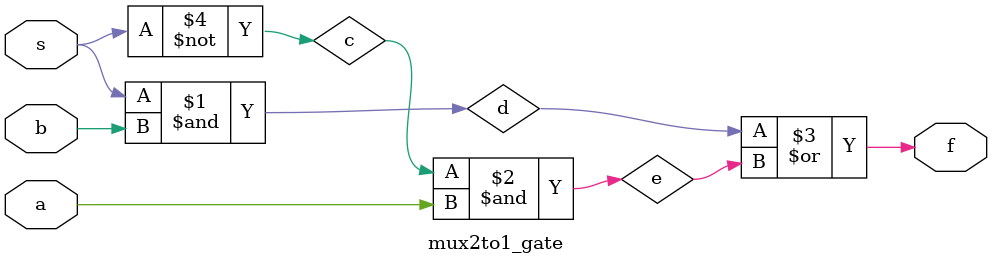
<source format=v>
module mux2to1_gate(a,b,s,f);
    input a,b,s;
    output f;
    wire c,d,e;
    not(c,s);
    and(d,s,b);
    and(e,c,a);
    or(f,d,e);
endmodule
</source>
